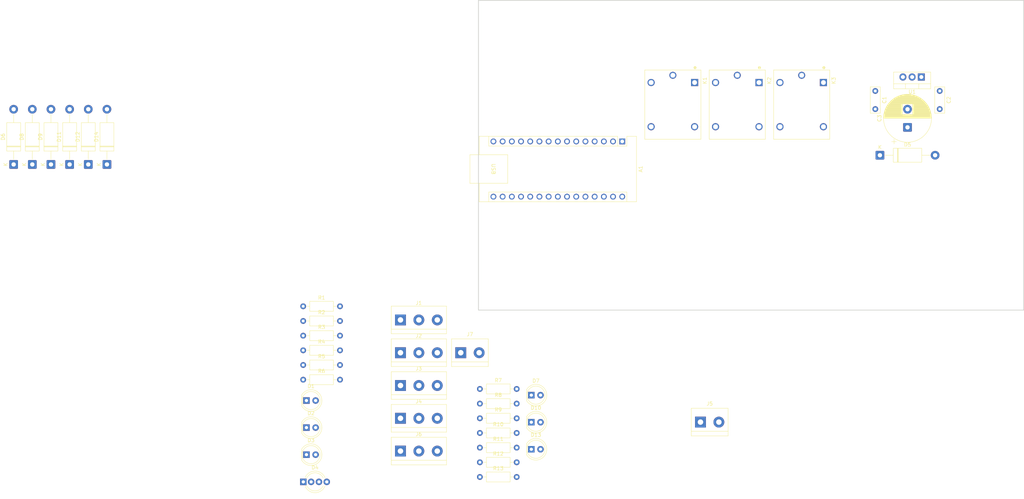
<source format=kicad_pcb>
(kicad_pcb (version 20241229) (generator "pcbnew") (generator_version "9.0")
  (layers (0 "F.Cu" signal) (2 "B.Cu" signal) (13 "F.Paste" user) (15 "B.Paste" user) (5 "F.SilkS" user "F.Silkscreen") (7 "B.SilkS" user "B.Silkscreen") (1 "F.Mask" user) (3 "B.Mask" user) (25 "Edge.Cuts" user))
  (net 0 "")
  (net 1 "D2")
  (net 5 "D9")
  (net 7 "D3")
  (net 9 "D8")
  (net 10 "D10")
  (net 12 "GND")
  (net 16 "Net-(D1-A)")
  (net 17 "Net-(D2-A)")
  (net 18 "Net-(D3-A)")
  (net 19 "Net-(D4-BA)")
  (net 20 "Net-(J1-Pin_2)")
  (net 21 "Net-(J1-Pin_3)")
  (net 22 "Net-(J1-Pin_1)")
  (net 23 "Net-(J2-Pin_1)")
  (net 24 "Net-(J2-Pin_3)")
  (net 25 "Net-(J2-Pin_2)")
  (net 26 "Net-(D4-RA)")
  (net 27 "Net-(D4-GA)")
  (net 28 "A0")
  (net 29 "A1")
  (net 31 "D12")
  (net 34 "D4(R)")
  (net 35 "D1")
  (net 36 "5V")
  (net 37 "D6(B)")
  (net 38 "D7")
  (net 39 "D11")
  (net 40 "D5(G)")
  (net 43 "Net-(J6-Pin_2)")
  (net 44 "Net-(J6-Pin_3)")
  (net 45 "Net-(J6-Pin_1)")
  (net 46 "Net-(D6-K)")
  (net 47 "Net-(D11-K)")
  (net 48 "Net-(D8-K)")
  (net 49 "Net-(J5-Pin_1)")
  (net 50 "Net-(J5-Pin_2)")
  (net 51 "Net-(D14-K)")
  (net 52 "Net-(D7-A)")
  (net 53 "Net-(D10-A)")
  (net 54 "Net-(D13-A)")
  (footprint "Resistor_THT:R_Axial_DIN0207_L6.3mm_D2.5mm_P10.16mm_Horizontal" (layer "F.Cu") (at 16.073 153.39)
    (property "Reference" "R6" (at 5.08 -2.37 0) (layer "F.SilkS"))
    (property "Value" "330")
    (pad "1" thru_hole circle (at 0 0) (size 1.6 1.6) (drill 0.8) (layers "*.Cu" "*.Mask") (net 37 "D6(B)"))
    (pad "2" thru_hole circle (at 10.16 0) (size 1.6 1.6) (drill 0.8) (layers "*.Cu" "*.Mask") (net 19 "Net-(D4-BA)"))
  )
  (footprint "custom:RELAY_SRD-05VDC-SL-C" (layer "F.Cu") (at 118.11 77.47 -90)
    (property "Reference" "K1" (at -6.62563 -8.83584 90) (layer "F.SilkS") (effects (font (size 1.000094 1.000094))))
    (property "Value" "SRD-05VDC-SL-C")
    (pad "A1" thru_hole rect (at -6.1 -6 270) (size 1.98 1.98) (drill 1.32) (layers "*.Cu" "*.Mask") (net 12 "GND"))
    (pad "A2" thru_hole circle (at -6.1 6 270) (size 1.98 1.98) (drill 1.32) (layers "*.Cu" "*.Mask") (net 35 "D1"))
    (pad "COM" thru_hole circle (at -8.1 0 270) (size 1.935 1.935) (drill 1.29) (layers "*.Cu" "*.Mask") (net 20 "Net-(J1-Pin_2)"))
    (pad "NC" thru_hole circle (at 6.1 -6 270) (size 1.98 1.98) (drill 1.32) (layers "*.Cu" "*.Mask") (net 21 "Net-(J1-Pin_3)"))
    (pad "NO" thru_hole circle (at 6.1 6 270) (size 1.98 1.98) (drill 1.32) (layers "*.Cu" "*.Mask") (net 22 "Net-(J1-Pin_1)"))
  )
  (footprint "TerminalBlock:TerminalBlock_bornier-3_P5.08mm" (layer "F.Cu") (at 42.92 136.9)
    (property "Reference" "J1" (at 5.05 -4.65 0) (layer "F.SilkS"))
    (property "Value" "Screw_Terminal_01x03")
    (pad "1" thru_hole rect (at 0 0) (size 3 3) (drill 1.52) (layers "*.Cu" "*.Mask") (net 22 "Net-(J1-Pin_1)"))
    (pad "2" thru_hole circle (at 5.08 0) (size 3 3) (drill 1.52) (layers "*.Cu" "*.Mask") (net 20 "Net-(J1-Pin_2)"))
    (pad "3" thru_hole circle (at 10.16 0) (size 3 3) (drill 1.52) (layers "*.Cu" "*.Mask") (net 21 "Net-(J1-Pin_3)"))
  )
  (footprint "LED_THT:LED_D5.0mm" (layer "F.Cu") (at 16.963 166.62)
    (property "Reference" "D2" (at 1.27 -3.96 0) (layer "F.SilkS"))
    (property "Value" "LED")
    (pad "1" thru_hole rect (at 0 0) (size 1.8 1.8) (drill 0.9) (layers "*.Cu" "*.Mask") (net 12 "GND"))
    (pad "2" thru_hole circle (at 2.54 0) (size 1.8 1.8) (drill 0.9) (layers "*.Cu" "*.Mask") (net 17 "Net-(D2-A)"))
  )
  (footprint "LED_THT:LED_D5.0mm" (layer "F.Cu") (at 79.04 157.66)
    (property "Reference" "D7" (at 1.27 -3.96 0) (layer "F.SilkS"))
    (property "Value" "LED")
    (pad "1" thru_hole rect (at 0 0) (size 1.8 1.8) (drill 0.9) (layers "*.Cu" "*.Mask") (net 12 "GND"))
    (pad "2" thru_hole circle (at 2.54 0) (size 1.8 1.8) (drill 0.9) (layers "*.Cu" "*.Mask") (net 52 "Net-(D7-A)"))
  )
  (footprint "Diode_THT:D_DO-15_P15.24mm_Horizontal" (layer "F.Cu") (at -53.55 93.98 90)
    (property "Reference" "D9" (at 7.62 -2.92 90) (layer "F.SilkS"))
    (property "Value" "D_Zener")
    (fp_text user "K" (at 0 -2.2 90) (layer "F.SilkS"))
    (pad "1" thru_hole roundrect (at 0 0 90) (size 2.4 2.4) (drill 1.2) (layers "*.Cu" "*.Mask") (roundrect_rratio 0.104167) (net 9 "D8"))
    (pad "2" thru_hole circle (at 15.24 0 90) (size 2.4 2.4) (drill 1.2) (layers "*.Cu" "*.Mask") (net 12 "GND"))
  )
  (footprint "Diode_THT:D_DO-15_P15.24mm_Horizontal" (layer "F.Cu") (at -38.1 93.98 90)
    (property "Reference" "D14" (at 7.62 -2.92 90) (layer "F.SilkS"))
    (property "Value" "1N4007")
    (fp_text user "K" (at 0 -2.2 90) (layer "F.SilkS"))
    (pad "1" thru_hole roundrect (at 0 0 90) (size 2.4 2.4) (drill 1.2) (layers "*.Cu" "*.Mask") (roundrect_rratio 0.104167) (net 51 "Net-(D14-K)"))
    (pad "2" thru_hole circle (at 15.24 0 90) (size 2.4 2.4) (drill 1.2) (layers "*.Cu" "*.Mask") (net 36 "5V"))
  )
  (footprint "LED_THT:LED_D5.0mm" (layer "F.Cu") (at 79.04 172.6)
    (property "Reference" "D13" (at 1.27 -3.96 0) (layer "F.SilkS"))
    (property "Value" "LED")
    (pad "1" thru_hole rect (at 0 0) (size 1.8 1.8) (drill 0.9) (layers "*.Cu" "*.Mask") (net 12 "GND"))
    (pad "2" thru_hole circle (at 2.54 0) (size 1.8 1.8) (drill 0.9) (layers "*.Cu" "*.Mask") (net 54 "Net-(D13-A)"))
  )
  (footprint "Resistor_THT:R_Axial_DIN0207_L6.3mm_D2.5mm_P10.16mm_Horizontal" (layer "F.Cu") (at 16.073 137.19)
    (property "Reference" "R2" (at 5.08 -2.37 0) (layer "F.SilkS"))
    (property "Value" "330")
    (pad "1" thru_hole circle (at 0 0) (size 1.6 1.6) (drill 0.8) (layers "*.Cu" "*.Mask") (net 17 "Net-(D2-A)"))
    (pad "2" thru_hole circle (at 10.16 0) (size 1.6 1.6) (drill 0.8) (layers "*.Cu" "*.Mask") (net 1 "D2"))
  )
  (footprint "Resistor_THT:R_Axial_DIN0207_L6.3mm_D2.5mm_P10.16mm_Horizontal" (layer "F.Cu") (at 64.84 164.05)
    (property "Reference" "R9" (at 5.08 -2.37 0) (layer "F.SilkS"))
    (property "Value" "R")
    (pad "1" thru_hole circle (at 0 0) (size 1.6 1.6) (drill 0.8) (layers "*.Cu" "*.Mask") (net 5 "D9"))
    (pad "2" thru_hole circle (at 10.16 0) (size 1.6 1.6) (drill 0.8) (layers "*.Cu" "*.Mask") (net 54 "Net-(D13-A)"))
  )
  (footprint "LED_THT:LED_D5.0mm" (layer "F.Cu") (at 79.04 165.13)
    (property "Reference" "D10" (at 1.27 -3.96 0) (layer "F.SilkS"))
    (property "Value" "LED")
    (pad "1" thru_hole rect (at 0 0) (size 1.8 1.8) (drill 0.9) (layers "*.Cu" "*.Mask") (net 12 "GND"))
    (pad "2" thru_hole circle (at 2.54 0) (size 1.8 1.8) (drill 0.9) (layers "*.Cu" "*.Mask") (net 53 "Net-(D10-A)"))
  )
  (footprint "Resistor_THT:R_Axial_DIN0207_L6.3mm_D2.5mm_P10.16mm_Horizontal" (layer "F.Cu") (at 64.84 168.1)
    (property "Reference" "R10" (at 5.08 -2.37 0) (layer "F.SilkS"))
    (property "Value" "39k")
    (pad "1" thru_hole circle (at 0 0) (size 1.6 1.6) (drill 0.8) (layers "*.Cu" "*.Mask") (net 28 "A0"))
    (pad "2" thru_hole circle (at 10.16 0) (size 1.6 1.6) (drill 0.8) (layers "*.Cu" "*.Mask") (net 49 "Net-(J5-Pin_1)"))
  )
  (footprint "Capacitor_THT:CP_Radial_D13.0mm_P5.00mm" (layer "F.Cu") (at 182.88 83.74 90)
    (property "Reference" "C3" (at 2.5 -7.75 90) (layer "F.SilkS"))
    (property "Value" "10uF")
    (pad "1" thru_hole roundrect (at 0 0 90) (size 2.4 2.4) (drill 1.2) (layers "*.Cu" "*.Mask") (roundrect_rratio 0.104167) (net 51 "Net-(D14-K)"))
    (pad "2" thru_hole circle (at 5 0 90) (size 2.4 2.4) (drill 1.2) (layers "*.Cu" "*.Mask") (net 12 "GND"))
  )
  (footprint "TerminalBlock:TerminalBlock_bornier-2_P5.08mm" (layer "F.Cu") (at 59.56 145.95)
    (property "Reference" "J7" (at 2.54 -5.08 0) (layer "F.SilkS"))
    (property "Value" "Screw_Terminal_01x02")
    (pad "1" thru_hole rect (at 0 0) (size 3 3) (drill 1.52) (layers "*.Cu" "*.Mask") (net 12 "GND"))
    (pad "2" thru_hole circle (at 5.08 0) (size 3 3) (drill 1.52) (layers "*.Cu" "*.Mask") (net 51 "Net-(D14-K)"))
  )
  (footprint "LED_THT:LED_D5.0mm" (layer "F.Cu") (at 16.963 174.09)
    (property "Reference" "D3" (at 1.27 -3.96 0) (layer "F.SilkS"))
    (property "Value" "LED")
    (pad "1" thru_hole rect (at 0 0) (size 1.8 1.8) (drill 0.9) (layers "*.Cu" "*.Mask") (net 12 "GND"))
    (pad "2" thru_hole circle (at 2.54 0) (size 1.8 1.8) (drill 0.9) (layers "*.Cu" "*.Mask") (net 18 "Net-(D3-A)"))
  )
  (footprint "Resistor_THT:R_Axial_DIN0207_L6.3mm_D2.5mm_P10.16mm_Horizontal" (layer "F.Cu") (at 16.073 133.14)
    (property "Reference" "R1" (at 5.08 -2.37 0) (layer "F.SilkS"))
    (property "Value" "330")
    (pad "1" thru_hole circle (at 0 0) (size 1.6 1.6) (drill 0.8) (layers "*.Cu" "*.Mask") (net 16 "Net-(D1-A)"))
    (pad "2" thru_hole circle (at 10.16 0) (size 1.6 1.6) (drill 0.8) (layers "*.Cu" "*.Mask") (net 35 "D1"))
  )
  (footprint "LED_THT:LED_D5.0mm" (layer "F.Cu") (at 16.963 159.15)
    (property "Reference" "D1" (at 1.27 -3.96 0) (layer "F.SilkS"))
    (property "Value" "LED")
    (pad "1" thru_hole rect (at 0 0) (size 1.8 1.8) (drill 0.9) (layers "*.Cu" "*.Mask") (net 12 "GND"))
    (pad "2" thru_hole circle (at 2.54 0) (size 1.8 1.8) (drill 0.9) (layers "*.Cu" "*.Mask") (net 16 "Net-(D1-A)"))
  )
  (footprint "Resistor_THT:R_Axial_DIN0207_L6.3mm_D2.5mm_P10.16mm_Horizontal" (layer "F.Cu") (at 16.073 149.34)
    (property "Reference" "R5" (at 5.08 -2.37 0) (layer "F.SilkS"))
    (property "Value" "330")
    (pad "1" thru_hole circle (at 0 0) (size 1.6 1.6) (drill 0.8) (layers "*.Cu" "*.Mask") (net 40 "D5(G)"))
    (pad "2" thru_hole circle (at 10.16 0) (size 1.6 1.6) (drill 0.8) (layers "*.Cu" "*.Mask") (net 27 "Net-(D4-GA)"))
  )
  (footprint "Diode_THT:D_DO-15_P15.24mm_Horizontal" (layer "F.Cu") (at 175.26 91.44)
    (property "Reference" "D5" (at 7.62 -2.92 0) (layer "F.SilkS"))
    (property "Value" "D_Zener")
    (fp_text user "K" (at 0 -2.2 0) (layer "F.SilkS"))
    (pad "1" thru_hole roundrect (at 0 0) (size 2.4 2.4) (drill 1.2) (layers "*.Cu" "*.Mask") (roundrect_rratio 0.104167) (net 38 "D7"))
    (pad "2" thru_hole circle (at 15.24 0) (size 2.4 2.4) (drill 1.2) (layers "*.Cu" "*.Mask") (net 12 "GND"))
  )
  (footprint "Resistor_THT:R_Axial_DIN0207_L6.3mm_D2.5mm_P10.16mm_Horizontal" (layer "F.Cu") (at 16.073 145.29)
    (property "Reference" "R4" (at 5.08 -2.37 0) (layer "F.SilkS"))
    (property "Value" "330")
    (pad "1" thru_hole circle (at 0 0) (size 1.6 1.6) (drill 0.8) (layers "*.Cu" "*.Mask") (net 34 "D4(R)"))
    (pad "2" thru_hole circle (at 10.16 0) (size 1.6 1.6) (drill 0.8) (layers "*.Cu" "*.Mask") (net 26 "Net-(D4-RA)"))
  )
  (footprint "TerminalBlock:TerminalBlock_bornier-3_P5.08mm" (layer "F.Cu") (at 42.92 164.05)
    (property "Reference" "J4" (at 5.05 -4.65 0) (layer "F.SilkS"))
    (property "Value" "Screw_Terminal_01x03")
    (pad "1" thru_hole rect (at 0 0) (size 3 3) (drill 1.52) (layers "*.Cu" "*.Mask") (net 10 "D10"))
    (pad "2" thru_hole circle (at 5.08 0) (size 3 3) (drill 1.52) (layers "*.Cu" "*.Mask") (net 39 "D11"))
    (pad "3" thru_hole circle (at 10.16 0) (size 3 3) (drill 1.52) (layers "*.Cu" "*.Mask") (net 31 "D12"))
  )
  (footprint "Package_TO_SOT_THT:TO-220-3_Vertical" (layer "F.Cu") (at 186.69 69.85 180)
    (property "Reference" "U1" (at 2.54 -4.1 0) (layer "F.SilkS"))
    (property "Value" "L7805")
    (pad "1" thru_hole rect (at 0 0 180) (size 1.905 2) (drill 1.1) (layers "*.Cu" "*.Mask") (net 51 "Net-(D14-K)"))
    (pad "2" thru_hole oval (at 2.54 0 180) (size 1.905 2) (drill 1.1) (layers "*.Cu" "*.Mask") (net 12 "GND"))
    (pad "3" thru_hole oval (at 5.08 0 180) (size 1.905 2) (drill 1.1) (layers "*.Cu" "*.Mask") (net 36 "5V"))
  )
  (footprint "Diode_THT:D_DO-15_P15.24mm_Horizontal" (layer "F.Cu") (at -48.4 93.98 90)
    (property "Reference" "D11" (at 7.62 -2.92 90) (layer "F.SilkS"))
    (property "Value" "D_Zener")
    (fp_text user "K" (at 0 -2.2 90) (layer "F.SilkS"))
    (pad "1" thru_hole roundrect (at 0 0 90) (size 2.4 2.4) (drill 1.2) (layers "*.Cu" "*.Mask") (roundrect_rratio 0.104167) (net 47 "Net-(D11-K)"))
    (pad "2" thru_hole circle (at 15.24 0 90) (size 2.4 2.4) (drill 1.2) (layers "*.Cu" "*.Mask") (net 5 "D9"))
  )
  (footprint "TerminalBlock:TerminalBlock_bornier-3_P5.08mm" (layer "F.Cu") (at 42.92 155)
    (property "Reference" "J3" (at 5.05 -4.65 0) (layer "F.SilkS"))
    (property "Value" "Screw_Terminal_01x03")
    (pad "1" thru_hole rect (at 0 0) (size 3 3) (drill 1.52) (layers "*.Cu" "*.Mask") (net 47 "Net-(D11-K)"))
    (pad "2" thru_hole circle (at 5.08 0) (size 3 3) (drill 1.52) (layers "*.Cu" "*.Mask") (net 48 "Net-(D8-K)"))
    (pad "3" thru_hole circle (at 10.16 0) (size 3 3) (drill 1.52) (layers "*.Cu" "*.Mask") (net 46 "Net-(D6-K)"))
  )
  (footprint "TerminalBlock:TerminalBlock_bornier-3_P5.08mm" (layer "F.Cu") (at 42.92 145.95)
    (property "Reference" "J2" (at 5.05 -4.65 0) (layer "F.SilkS"))
    (property "Value" "Screw_Terminal_01x03")
    (pad "1" thru_hole rect (at 0 0) (size 3 3) (drill 1.52) (layers "*.Cu" "*.Mask") (net 23 "Net-(J2-Pin_1)"))
    (pad "2" thru_hole circle (at 5.08 0) (size 3 3) (drill 1.52) (layers "*.Cu" "*.Mask") (net 25 "Net-(J2-Pin_2)"))
    (pad "3" thru_hole circle (at 10.16 0) (size 3 3) (drill 1.52) (layers "*.Cu" "*.Mask") (net 24 "Net-(J2-Pin_3)"))
  )
  (footprint "TerminalBlock:TerminalBlock_bornier-3_P5.08mm" (layer "F.Cu") (at 42.92 173.1)
    (property "Reference" "J6" (at 5.05 -4.65 0) (layer "F.SilkS"))
    (property "Value" "Screw_Terminal_01x03")
    (pad "1" thru_hole rect (at 0 0) (size 3 3) (drill 1.52) (layers "*.Cu" "*.Mask") (net 45 "Net-(J6-Pin_1)"))
    (pad "2" thru_hole circle (at 5.08 0) (size 3 3) (drill 1.52) (layers "*.Cu" "*.Mask") (net 43 "Net-(J6-Pin_2)"))
    (pad "3" thru_hole circle (at 10.16 0) (size 3 3) (drill 1.52) (layers "*.Cu" "*.Mask") (net 44 "Net-(J6-Pin_3)"))
  )
  (footprint "TerminalBlock:TerminalBlock_bornier-2_P5.08mm" (layer "F.Cu") (at 125.73 165.1)
    (property "Reference" "J5" (at 2.54 -5.08 0) (layer "F.SilkS"))
    (property "Value" "Screw_Terminal_01x02")
    (pad "1" thru_hole rect (at 0 0) (size 3 3) (drill 1.52) (layers "*.Cu" "*.Mask") (net 49 "Net-(J5-Pin_1)"))
    (pad "2" thru_hole circle (at 5.08 0) (size 3 3) (drill 1.52) (layers "*.Cu" "*.Mask") (net 50 "Net-(J5-Pin_2)"))
  )
  (footprint "Resistor_THT:R_Axial_DIN0207_L6.3mm_D2.5mm_P10.16mm_Horizontal" (layer "F.Cu") (at 64.84 155.95)
    (property "Reference" "R7" (at 5.08 -2.37 0) (layer "F.SilkS"))
    (property "Value" "R")
    (pad "1" thru_hole circle (at 0 0) (size 1.6 1.6) (drill 0.8) (layers "*.Cu" "*.Mask") (net 38 "D7"))
    (pad "2" thru_hole circle (at 10.16 0) (size 1.6 1.6) (drill 0.8) (layers "*.Cu" "*.Mask") (net 52 "Net-(D7-A)"))
  )
  (footprint "Module:Arduino_Nano" (layer "F.Cu") (at 104.14 87.63 -90)
    (property "Reference" "A1" (at 7.62 -5.08 90) (layer "F.SilkS"))
    (property "Value" "Arduino_Nano_v3.x")
    (fp_text user "USB" (at 7.62 35.56 270) (layer "F.SilkS"))
    (pad "1" thru_hole rect (at 0 0 270) (size 1.6 1.6) (drill 1) (layers "*.Cu" "*.Mask") (net 35 "D1"))
    (pad "2" thru_hole oval (at 0 2.54 270) (size 1.6 1.6) (drill 1) (layers "*.Cu" "*.Mask"))
    (pad "3" thru_hole oval (at 0 5.08 270) (size 1.6 1.6) (drill 1) (layers "*.Cu" "*.Mask"))
    (pad "4" thru_hole oval (at 0 7.62 270) (size 1.6 1.6) (drill 1) (layers "*.Cu" "*.Mask") (net 12 "GND"))
    (pad "5" thru_hole oval (at 0 10.16 270) (size 1.6 1.6) (drill 1) (layers "*.Cu" "*.Mask") (net 1 "D2"))
    (pad "6" thru_hole oval (at 0 12.7 270) (size 1.6 1.6) (drill 1) (layers "*.Cu" "*.Mask") (net 7 "D3"))
    (pad "7" thru_hole oval (at 0 15.24 270) (size 1.6 1.6) (drill 1) (layers "*.Cu" "*.Mask") (net 34 "D4(R)"))
    (pad "8" thru_hole oval (at 0 17.78 270) (size 1.6 1.6) (drill 1) (layers "*.Cu" "*.Mask") (net 40 "D5(G)"))
    (pad "9" thru_hole oval (at 0 20.32 270) (size 1.6 1.6) (drill 1) (layers "*.Cu" "*.Mask") (net 37 "D6(B)"))
    (pad "10" thru_hole oval (at 0 22.86 270) (size 1.6 1.6) (drill 1) (layers "*.Cu" "*.Mask") (net 38 "D7"))
    (pad "11" thru_hole oval (at 0 25.4 270) (size 1.6 1.6) (drill 1) (layers "*.Cu" "*.Mask") (net 9 "D8"))
    (pad "12" thru_hole oval (at 0 27.94 270) (size 1.6 1.6) (drill 1) (layers "*.Cu" "*.Mask") (net 5 "D9"))
    (pad "13" thru_hole oval (at 0 30.48 270) (size 1.6 1.6) (drill 1) (layers "*.Cu" "*.Mask") (net 10 "D10"))
    (pad "14" thru_hole oval (at 0 33.02 270) (size 1.6 1.6) (drill 1) (layers "*.Cu" "*.Mask") (net 39 "D11"))
    (pad "15" thru_hole oval (at 0 35.56 270) (size 1.6 1.6) (drill 1) (layers "*.Cu" "*.Mask") (net 31 "D12"))
    (pad "16" thru_hole oval (at 15.24 35.56 270) (size 1.6 1.6) (drill 1) (layers "*.Cu" "*.Mask"))
    (pad "17" thru_hole oval (at 15.24 33.02 270) (size 1.6 1.6) (drill 1) (layers "*.Cu" "*.Mask"))
    (pad "18" thru_hole oval (at 15.24 30.48 270) (size 1.6 1.6) (drill 1) (layers "*.Cu" "*.Mask"))
    (pad "19" thru_hole oval (at 15.24 27.94 270) (size 1.6 1.6) (drill 1) (layers "*.Cu" "*.Mask") (net 28 "A0"))
    (pad "20" thru_hole oval (at 15.24 25.4 270) (size 1.6 1.6) (drill 1) (layers "*.Cu" "*.Mask") (net 29 "A1"))
    (pad "21" thru_hole oval (at 15.24 22.86 270) (size 1.6 1.6) (drill 1) (layers "*.Cu" "*.Mask"))
    (pad "22" thru_hole oval (at 15.24 20.32 270) (size 1.6 1.6) (drill 1) (layers "*.Cu" "*.Mask"))
    (pad "23" thru_hole oval (at 15.24 17.78 270) (size 1.6 1.6) (drill 1) (layers "*.Cu" "*.Mask"))
    (pad "24" thru_hole oval (at 15.24 15.24 270) (size 1.6 1.6) (drill 1) (layers "*.Cu" "*.Mask"))
    (pad "25" thru_hole oval (at 15.24 12.7 270) (size 1.6 1.6) (drill 1) (layers "*.Cu" "*.Mask"))
    (pad "26" thru_hole oval (at 15.24 10.16 270) (size 1.6 1.6) (drill 1) (layers "*.Cu" "*.Mask"))
    (pad "27" thru_hole oval (at 15.24 7.62 270) (size 1.6 1.6) (drill 1) (layers "*.Cu" "*.Mask"))
    (pad "28" thru_hole oval (at 15.24 5.08 270) (size 1.6 1.6) (drill 1) (layers "*.Cu" "*.Mask"))
    (pad "29" thru_hole oval (at 15.24 2.54 270) (size 1.6 1.6) (drill 1) (layers "*.Cu" "*.Mask"))
    (pad "30" thru_hole oval (at 15.24 0 270) (size 1.6 1.6) (drill 1) (layers "*.Cu" "*.Mask") (net 36 "5V"))
  )
  (footprint "Capacitor_THT:C_Disc_D7.0mm_W2.5mm_P5.00mm" (layer "F.Cu") (at 173.99 73.7 -90)
    (property "Reference" "C1" (at 2.5 -2.5 90) (layer "F.SilkS"))
    (property "Value" "100nF")
    (pad "1" thru_hole circle (at 0 0 270) (size 1.6 1.6) (drill 0.8) (layers "*.Cu" "*.Mask") (net 36 "5V"))
    (pad "2" thru_hole circle (at 5 0 270) (size 1.6 1.6) (drill 0.8) (layers "*.Cu" "*.Mask") (net 12 "GND"))
  )
  (footprint "LED_THT:LED_D5.0mm-4_RGB_Wide_Pins" (layer "F.Cu") (at 16.103 181.6)
    (property "Reference" "D4" (at 3.2385 -3.96 0) (layer "F.SilkS"))
    (property "Value" "LED_RGB")
    (pad "1" thru_hole rect (at 0 0) (size 1.8 1.8) (drill 0.9) (layers "*.Cu" "*.Mask") (net 12 "GND"))
    (pad "2" thru_hole circle (at 2.159 0) (size 1.8 1.8) (drill 0.9) (layers "*.Cu" "*.Mask") (net 12 "GND"))
    (pad "3" thru_hole circle (at 4.318 0) (size 1.8 1.8) (drill 0.9) (layers "*.Cu" "*.Mask") (net 12 "GND"))
    (pad "4" thru_hole circle (at 6.477 0) (size 1.8 1.8) (drill 0.9) (layers "*.Cu" "*.Mask") (net 19 "Net-(D4-BA)"))
  )
  (footprint "Diode_THT:D_DO-15_P15.24mm_Horizontal" (layer "F.Cu") (at -63.85 93.98 90)
    (property "Reference" "D6" (at 7.62 -2.92 90) (layer "F.SilkS"))
    (property "Value" "D_Zener")
    (fp_text user "K" (at 0 -2.2 90) (layer "F.SilkS"))
    (pad "1" thru_hole roundrect (at 0 0 90) (size 2.4 2.4) (drill 1.2) (layers "*.Cu" "*.Mask") (roundrect_rratio 0.104167) (net 46 "Net-(D6-K)"))
    (pad "2" thru_hole circle (at 15.24 0 90) (size 2.4 2.4) (drill 1.2) (layers "*.Cu" "*.Mask") (net 38 "D7"))
  )
  (footprint "custom:RELAY_SRD-05VDC-SL-C" (layer "F.Cu") (at 153.67 77.47 -90)
    (property "Reference" "K3" (at -6.62563 -8.83584 90) (layer "F.SilkS") (effects (font (size 1.000094 1.000094))))
    (property "Value" "SRD-05VDC-SL-C")
    (pad "A1" thru_hole rect (at -6.1 -6 270) (size 1.98 1.98) (drill 1.32) (layers "*.Cu" "*.Mask") (net 12 "GND"))
    (pad "A2" thru_hole circle (at -6.1 6 270) (size 1.98 1.98) (drill 1.32) (layers "*.Cu" "*.Mask") (net 7 "D3"))
    (pad "COM" thru_hole circle (at -8.1 0 270) (size 1.935 1.935) (drill 1.29) (layers "*.Cu" "*.Mask") (net 43 "Net-(J6-Pin_2)"))
    (pad "NC" thru_hole circle (at 6.1 -6 270) (size 1.98 1.98) (drill 1.32) (layers "*.Cu" "*.Mask") (net 44 "Net-(J6-Pin_3)"))
    (pad "NO" thru_hole circle (at 6.1 6 270) (size 1.98 1.98) (drill 1.32) (layers "*.Cu" "*.Mask") (net 45 "Net-(J6-Pin_1)"))
  )
  (footprint "Capacitor_THT:C_Disc_D7.0mm_W2.5mm_P5.00mm" (layer "F.Cu") (at 191.77 73.7 -90)
    (property "Reference" "C2" (at 2.5 -2.5 90) (layer "F.SilkS"))
    (property "Value" "330 nF")
    (pad "1" thru_hole circle (at 0 0 270) (size 1.6 1.6) (drill 0.8) (layers "*.Cu" "*.Mask") (net 51 "Net-(D14-K)"))
    (pad "2" thru_hole circle (at 5 0 270) (size 1.6 1.6) (drill 0.8) (layers "*.Cu" "*.Mask") (net 12 "GND"))
  )
  (footprint "Resistor_THT:R_Axial_DIN0207_L6.3mm_D2.5mm_P10.16mm_Horizontal" (layer "F.Cu") (at 16.073 141.24)
    (property "Reference" "R3" (at 5.08 -2.37 0) (layer "F.SilkS"))
    (property "Value" "330")
    (pad "1" thru_hole circle (at 0 0) (size 1.6 1.6) (drill 0.8) (layers "*.Cu" "*.Mask") (net 18 "Net-(D3-A)"))
    (pad "2" thru_hole circle (at 10.16 0) (size 1.6 1.6) (drill 0.8) (layers "*.Cu" "*.Mask") (net 7 "D3"))
  )
  (footprint "Resistor_THT:R_Axial_DIN0207_L6.3mm_D2.5mm_P10.16mm_Horizontal" (layer "F.Cu") (at 64.84 160)
    (property "Reference" "R8" (at 5.08 -2.37 0) (layer "F.SilkS"))
    (property "Value" "R")
    (pad "1" thru_hole circle (at 0 0) (size 1.6 1.6) (drill 0.8) (layers "*.Cu" "*.Mask") (net 9 "D8"))
    (pad "2" thru_hole circle (at 10.16 0) (size 1.6 1.6) (drill 0.8) (layers "*.Cu" "*.Mask") (net 53 "Net-(D10-A)"))
  )
  (footprint "Resistor_THT:R_Axial_DIN0207_L6.3mm_D2.5mm_P10.16mm_Horizontal" (layer "F.Cu") (at 64.84 176.2)
    (property "Reference" "R12" (at 5.08 -2.37 0) (layer "F.SilkS"))
    (property "Value" "39k")
    (pad "1" thru_hole circle (at 0 0) (size 1.6 1.6) (drill 0.8) (layers "*.Cu" "*.Mask") (net 29 "A1"))
    (pad "2" thru_hole circle (at 10.16 0) (size 1.6 1.6) (drill 0.8) (layers "*.Cu" "*.Mask") (net 50 "Net-(J5-Pin_2)"))
  )
  (footprint "Diode_THT:D_DO-15_P15.24mm_Horizontal" (layer "F.Cu") (at -43.25 93.98 90)
    (property "Reference" "D12" (at 7.62 -2.92 90) (layer "F.SilkS"))
    (property "Value" "D_Zener")
    (fp_text user "K" (at 0 -2.2 90) (layer "F.SilkS"))
    (pad "1" thru_hole roundrect (at 0 0 90) (size 2.4 2.4) (drill 1.2) (layers "*.Cu" "*.Mask") (roundrect_rratio 0.104167) (net 5 "D9"))
    (pad "2" thru_hole circle (at 15.24 0 90) (size 2.4 2.4) (drill 1.2) (layers "*.Cu" "*.Mask") (net 12 "GND"))
  )
  (footprint "custom:RELAY_SRD-05VDC-SL-C" (layer "F.Cu") (at 135.89 77.47 -90)
    (property "Reference" "K2" (at -6.62563 -8.83584 90) (layer "F.SilkS") (effects (font (size 1.000094 1.000094))))
    (property "Value" "SRD-05VDC-SL-C")
    (pad "A1" thru_hole rect (at -6.1 -6 270) (size 1.98 1.98) (drill 1.32) (layers "*.Cu" "*.Mask") (net 12 "GND"))
    (pad "A2" thru_hole circle (at -6.1 6 270) (size 1.98 1.98) (drill 1.32) (layers "*.Cu" "*.Mask") (net 1 "D2"))
    (pad "COM" thru_hole circle (at -8.1 0 270) (size 1.935 1.935) (drill 1.29) (layers "*.Cu" "*.Mask") (net 25 "Net-(J2-Pin_2)"))
    (pad "NC" thru_hole circle (at 6.1 -6 270) (size 1.98 1.98) (drill 1.32) (layers "*.Cu" "*.Mask") (net 24 "Net-(J2-Pin_3)"))
    (pad "NO" thru_hole circle (at 6.1 6 270) (size 1.98 1.98) (drill 1.32) (layers "*.Cu" "*.Mask") (net 23 "Net-(J2-Pin_1)"))
  )
  (footprint "Resistor_THT:R_Axial_DIN0207_L6.3mm_D2.5mm_P10.16mm_Horizontal" (layer "F.Cu") (at 64.84 180.25)
    (property "Reference" "R13" (at 5.08 -2.37 0) (layer "F.SilkS"))
    (property "Value" "10k")
    (pad "1" thru_hole circle (at 0 0) (size 1.6 1.6) (drill 0.8) (layers "*.Cu" "*.Mask") (net 50 "Net-(J5-Pin_2)"))
    (pad "2" thru_hole circle (at 10.16 0) (size 1.6 1.6) (drill 0.8) (layers "*.Cu" "*.Mask") (net 12 "GND"))
  )
  (footprint "Diode_THT:D_DO-15_P15.24mm_Horizontal" (layer "F.Cu") (at -58.7 93.98 90)
    (property "Reference" "D8" (at 7.62 -2.92 90) (layer "F.SilkS"))
    (property "Value" "D_Zener")
    (fp_text user "K" (at 0 -2.2 90) (layer "F.SilkS"))
    (pad "1" thru_hole roundrect (at 0 0 90) (size 2.4 2.4) (drill 1.2) (layers "*.Cu" "*.Mask") (roundrect_rratio 0.104167) (net 48 "Net-(D8-K)"))
    (pad "2" thru_hole circle (at 15.24 0 90) (size 2.4 2.4) (drill 1.2) (layers "*.Cu" "*.Mask") (net 9 "D8"))
  )
  (footprint "Resistor_THT:R_Axial_DIN0207_L6.3mm_D2.5mm_P10.16mm_Horizontal" (layer "F.Cu") (at 64.84 172.15)
    (property "Reference" "R11" (at 5.08 -2.37 0) (layer "F.SilkS"))
    (property "Value" "10k")
    (pad "1" thru_hole circle (at 0 0) (size 1.6 1.6) (drill 0.8) (layers "*.Cu" "*.Mask") (net 49 "Net-(J5-Pin_1)"))
    (pad "2" thru_hole circle (at 10.16 0) (size 1.6 1.6) (drill 0.8) (layers "*.Cu" "*.Mask") (net 12 "GND"))
  )
  (gr_rect (start 64.45 48.69) (end 214.95 134.19) (stroke (width 0.2)) (fill no) (layer "Edge.Cuts"))
)
</source>
